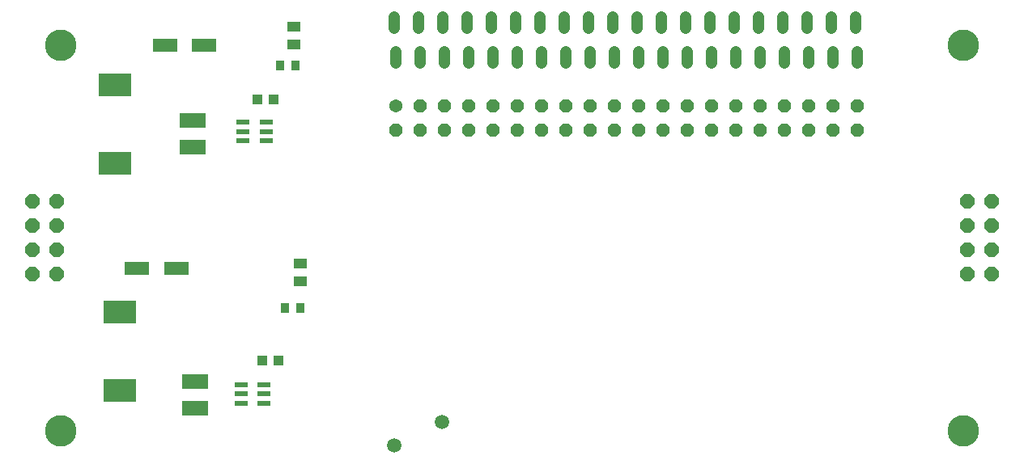
<source format=gbr>
G04 EAGLE Gerber RS-274X export*
G75*
%MOMM*%
%FSLAX34Y34*%
%LPD*%
%INSoldermask Top*%
%IPPOS*%
%AMOC8*
5,1,8,0,0,1.08239X$1,22.5*%
G01*
%ADD10C,3.300000*%
%ADD11R,1.100000X1.000000*%
%ADD12R,2.700000X1.600000*%
%ADD13R,2.600000X1.400000*%
%ADD14C,1.500000*%
%ADD15R,3.400000X2.400000*%
%ADD16R,0.870000X0.980000*%
%ADD17R,1.400000X1.020000*%
%ADD18C,1.371600*%
%ADD19P,1.484606X8X22.500000*%
%ADD20P,1.649562X8X112.500000*%
%ADD21C,1.219200*%
%ADD22R,1.320800X0.558800*%


D10*
X48000Y48000D03*
X48000Y452000D03*
X992000Y48000D03*
X992000Y452000D03*
D11*
X275700Y121600D03*
X258700Y121600D03*
X270500Y395400D03*
X253500Y395400D03*
D12*
X188800Y99300D03*
X188800Y71300D03*
X186100Y373100D03*
X186100Y345100D03*
D13*
X169000Y218000D03*
X128000Y218000D03*
X198200Y452000D03*
X157200Y452000D03*
D14*
X397100Y32300D03*
X447100Y57000D03*
D15*
X109500Y90000D03*
X109500Y172000D03*
X104800Y328000D03*
X104800Y410000D03*
D16*
X282450Y176600D03*
X298750Y176600D03*
X277450Y430400D03*
X293750Y430400D03*
D17*
X298600Y204200D03*
X298600Y223000D03*
X291500Y452300D03*
X291500Y471100D03*
D18*
X398600Y388000D03*
D19*
X398600Y362600D03*
X424000Y388000D03*
X424000Y362600D03*
X449400Y388000D03*
X449400Y362600D03*
X474800Y388000D03*
X474800Y362600D03*
X500200Y388000D03*
X500200Y362600D03*
X525600Y388000D03*
X525600Y362600D03*
X551000Y388000D03*
X551000Y362600D03*
X576400Y388000D03*
X576400Y362600D03*
X601800Y388000D03*
X601800Y362600D03*
X627200Y388000D03*
X627200Y362600D03*
X652600Y388000D03*
X652600Y362600D03*
X678000Y388000D03*
X678000Y362600D03*
X703400Y388000D03*
X703400Y362600D03*
X728800Y388000D03*
X728800Y362600D03*
X754200Y388000D03*
X754200Y362600D03*
X779600Y388000D03*
X779600Y362600D03*
X805000Y388000D03*
X805000Y362600D03*
X830400Y388000D03*
X830400Y362600D03*
X855800Y388000D03*
X855800Y362600D03*
X881200Y388000D03*
X881200Y362600D03*
D20*
X43700Y211900D03*
X43700Y237300D03*
X43700Y262700D03*
X43700Y288100D03*
X18300Y211900D03*
X18300Y237300D03*
X18300Y262700D03*
X18300Y288100D03*
X996300Y211900D03*
X996300Y237300D03*
X996300Y262700D03*
X996300Y288100D03*
X1021700Y211900D03*
X1021700Y237300D03*
X1021700Y262700D03*
X1021700Y288100D03*
D21*
X879200Y469404D02*
X879200Y481596D01*
X853800Y481596D02*
X853800Y469404D01*
X828400Y469404D02*
X828400Y481596D01*
X803000Y481596D02*
X803000Y469404D01*
X777600Y469404D02*
X777600Y481596D01*
X752200Y481596D02*
X752200Y469404D01*
X726800Y469404D02*
X726800Y481596D01*
X701400Y481596D02*
X701400Y469404D01*
X676000Y469404D02*
X676000Y481596D01*
X650600Y481596D02*
X650600Y469404D01*
X625200Y469404D02*
X625200Y481596D01*
X599800Y481596D02*
X599800Y469404D01*
X574400Y469404D02*
X574400Y481596D01*
X549000Y481596D02*
X549000Y469404D01*
X523600Y469404D02*
X523600Y481596D01*
X498200Y481596D02*
X498200Y469404D01*
X472800Y469404D02*
X472800Y481596D01*
X447400Y481596D02*
X447400Y469404D01*
X422000Y469404D02*
X422000Y481596D01*
X396600Y481596D02*
X396600Y469404D01*
X398600Y445396D02*
X398600Y433204D01*
X424000Y433204D02*
X424000Y445396D01*
X449400Y445396D02*
X449400Y433204D01*
X474800Y433204D02*
X474800Y445396D01*
X500200Y445396D02*
X500200Y433204D01*
X525600Y433204D02*
X525600Y445396D01*
X551000Y445396D02*
X551000Y433204D01*
X576400Y433204D02*
X576400Y445396D01*
X601800Y445396D02*
X601800Y433204D01*
X627200Y433204D02*
X627200Y445396D01*
X652600Y445396D02*
X652600Y433204D01*
X678000Y433204D02*
X678000Y445396D01*
X703400Y445396D02*
X703400Y433204D01*
X728800Y433204D02*
X728800Y445396D01*
X754200Y445396D02*
X754200Y433204D01*
X779600Y433204D02*
X779600Y445396D01*
X805000Y445396D02*
X805000Y433204D01*
X830400Y433204D02*
X830400Y445396D01*
X855800Y445396D02*
X855800Y433204D01*
X881200Y433204D02*
X881200Y445396D01*
D22*
X236508Y96100D03*
X236508Y86600D03*
X236508Y77100D03*
X260892Y77100D03*
X260892Y86600D03*
X260892Y96100D03*
X238608Y371000D03*
X238608Y361500D03*
X238608Y352000D03*
X262992Y352000D03*
X262992Y361500D03*
X262992Y371000D03*
M02*

</source>
